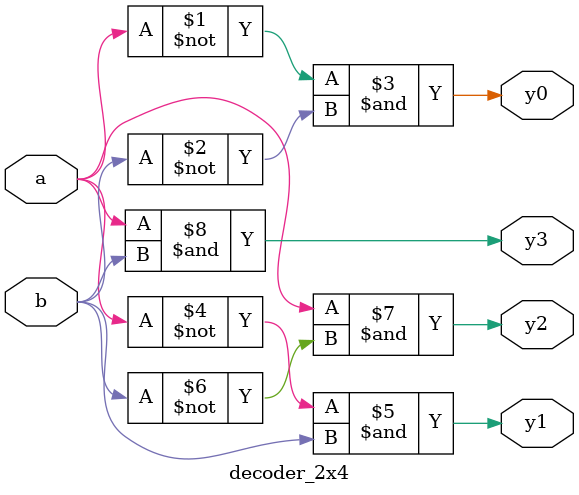
<source format=v>
module decoder_2x4 (a,b,y0,y1,y2,y3);
  
  input a,b;
  
  output y0, y1, y2, y3;
  
  assign y0 = ~a&~b;
  
  assign y1 = ~a&b;

  assign y2 = a&~b;
  
  assign y3 = a&b;

endmodule

</source>
